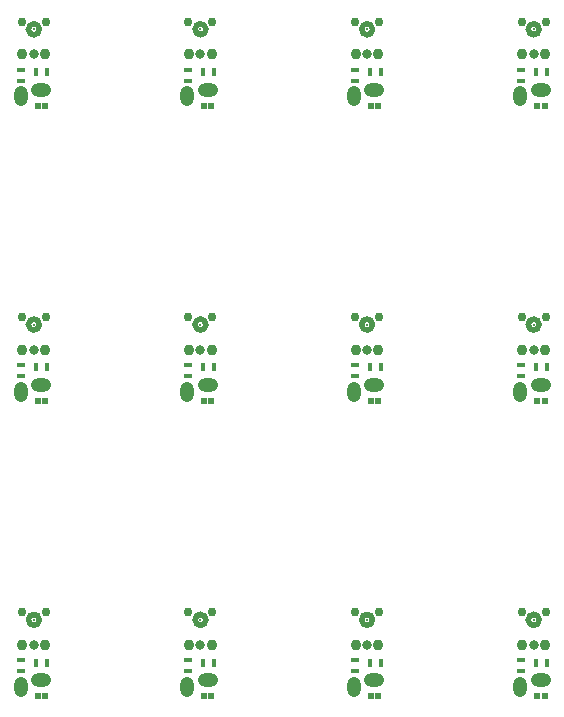
<source format=gbr>
%TF.GenerationSoftware,Altium Limited,Altium Designer,22.0.2 (36)*%
G04 Layer_Color=8388736*
%FSLAX26Y26*%
%MOIN*%
%TF.SameCoordinates,7C2B3453-B62B-4687-BB94-77A5B7653B1A*%
%TF.FilePolarity,Negative*%
%TF.FileFunction,Soldermask,Top*%
%TF.Part,CustomerPanel*%
G01*
G75*
%TA.AperFunction,SMDPad,CuDef*%
%ADD12R,0.026575X0.017716*%
%ADD13R,0.017716X0.026575*%
%TA.AperFunction,WasherPad*%
%ADD23C,0.011937*%
%TA.AperFunction,Conductor*%
%ADD26C,0.020402*%
%TA.AperFunction,SMDPad,CuDef*%
%ADD27R,0.019842X0.023779*%
%ADD28C,0.030047*%
%ADD29C,0.015874*%
%ADD30C,0.036346*%
%ADD31C,0.032016*%
%ADD32O,0.067055X0.047370*%
%ADD33O,0.047370X0.067055*%
D12*
X-880630Y-1024429D02*
D03*
Y-988012D02*
D03*
X-325315Y-1024429D02*
D03*
Y-988012D02*
D03*
X230000Y-1024429D02*
D03*
Y-988012D02*
D03*
X785315Y-1024429D02*
D03*
Y-988012D02*
D03*
X-880630Y-40177D02*
D03*
Y-3760D02*
D03*
X-325315Y-40177D02*
D03*
Y-3760D02*
D03*
X230000Y-40177D02*
D03*
Y-3760D02*
D03*
X785315Y-40177D02*
D03*
Y-3760D02*
D03*
X-880630Y944075D02*
D03*
Y980492D02*
D03*
X-325315Y944075D02*
D03*
Y980492D02*
D03*
X230000Y944075D02*
D03*
Y980492D02*
D03*
X785315Y944075D02*
D03*
Y980492D02*
D03*
D13*
X-794016Y-996378D02*
D03*
X-830433D02*
D03*
X-238701D02*
D03*
X-275118D02*
D03*
X316614D02*
D03*
X280197D02*
D03*
X871929D02*
D03*
X835512D02*
D03*
X-794016Y-12126D02*
D03*
X-830433D02*
D03*
X-238701D02*
D03*
X-275118D02*
D03*
X316614D02*
D03*
X280197D02*
D03*
X871929D02*
D03*
X835512D02*
D03*
X-794016Y972126D02*
D03*
X-830433D02*
D03*
X-238701D02*
D03*
X-275118D02*
D03*
X316614D02*
D03*
X280197D02*
D03*
X871929D02*
D03*
X835512D02*
D03*
D23*
X-839291Y-853661D02*
D03*
X-283976D02*
D03*
X271339D02*
D03*
X826654D02*
D03*
X-839291Y130591D02*
D03*
X-283976D02*
D03*
X271339D02*
D03*
X826654D02*
D03*
X-839291Y1114843D02*
D03*
X-283976D02*
D03*
X271339D02*
D03*
X826654D02*
D03*
D26*
X-820925Y-853583D02*
G03*
X-820925Y-853583I-18209J0D01*
G01*
X-265610D02*
G03*
X-265610Y-853583I-18209J0D01*
G01*
X289705D02*
G03*
X289705Y-853583I-18209J0D01*
G01*
X845020D02*
G03*
X845020Y-853583I-18209J0D01*
G01*
X-820925Y130669D02*
G03*
X-820925Y130669I-18209J0D01*
G01*
X-265610D02*
G03*
X-265610Y130669I-18209J0D01*
G01*
X289705D02*
G03*
X289705Y130669I-18209J0D01*
G01*
X845020D02*
G03*
X845020Y130669I-18209J0D01*
G01*
X-820925Y1114921D02*
G03*
X-820925Y1114921I-18209J0D01*
G01*
X-265610D02*
G03*
X-265610Y1114921I-18209J0D01*
G01*
X289705D02*
G03*
X289705Y1114921I-18209J0D01*
G01*
X845020D02*
G03*
X845020Y1114921I-18209J0D01*
G01*
D27*
X-826496Y-1108583D02*
D03*
X-802874D02*
D03*
X-271181D02*
D03*
X-247559D02*
D03*
X284134D02*
D03*
X307756D02*
D03*
X839449D02*
D03*
X863071D02*
D03*
X-826496Y-124331D02*
D03*
X-802874D02*
D03*
X-271181D02*
D03*
X-247559D02*
D03*
X284134D02*
D03*
X307756D02*
D03*
X839449D02*
D03*
X863071D02*
D03*
X-826496Y859921D02*
D03*
X-802874D02*
D03*
X-271181D02*
D03*
X-247559D02*
D03*
X284134D02*
D03*
X307756D02*
D03*
X839449D02*
D03*
X863071D02*
D03*
D28*
X-879094Y-828779D02*
D03*
X-799173D02*
D03*
X-323779D02*
D03*
X-243858D02*
D03*
X231536D02*
D03*
X311457D02*
D03*
X786851D02*
D03*
X866772D02*
D03*
X-879094Y155472D02*
D03*
X-799173D02*
D03*
X-323779D02*
D03*
X-243858D02*
D03*
X231536D02*
D03*
X311457D02*
D03*
X786851D02*
D03*
X866772D02*
D03*
X-879094Y1139725D02*
D03*
X-799173D02*
D03*
X-323779D02*
D03*
X-243858D02*
D03*
X231536D02*
D03*
X311457D02*
D03*
X786851D02*
D03*
X866772D02*
D03*
D29*
X-839134Y-833583D02*
D03*
X-283819D02*
D03*
X271496D02*
D03*
X826811D02*
D03*
X-839134Y150669D02*
D03*
X-283819D02*
D03*
X271496D02*
D03*
X826811D02*
D03*
X-839134Y1134921D02*
D03*
X-283819D02*
D03*
X271496D02*
D03*
X826811D02*
D03*
D30*
X-877323Y-936654D02*
D03*
X-801338D02*
D03*
X-322008D02*
D03*
X-246024D02*
D03*
X233307D02*
D03*
X309291D02*
D03*
X788622D02*
D03*
X864606D02*
D03*
X-877323Y47599D02*
D03*
X-801338D02*
D03*
X-322008D02*
D03*
X-246024D02*
D03*
X233307D02*
D03*
X309291D02*
D03*
X788622D02*
D03*
X864606D02*
D03*
X-877323Y1031851D02*
D03*
X-801338D02*
D03*
X-322008D02*
D03*
X-246024D02*
D03*
X233307D02*
D03*
X309291D02*
D03*
X788622D02*
D03*
X864606D02*
D03*
D31*
X-839134Y-936654D02*
D03*
X-283819D02*
D03*
X271496D02*
D03*
X826811D02*
D03*
X-839134Y47599D02*
D03*
X-283819D02*
D03*
X271496D02*
D03*
X826811D02*
D03*
X-839134Y1031851D02*
D03*
X-283819D02*
D03*
X271496D02*
D03*
X826811D02*
D03*
D32*
X-814685Y-1054449D02*
D03*
X-259370D02*
D03*
X295945D02*
D03*
X851260D02*
D03*
X-814685Y-70197D02*
D03*
X-259370D02*
D03*
X295945D02*
D03*
X851260D02*
D03*
X-814685Y914055D02*
D03*
X-259370D02*
D03*
X295945D02*
D03*
X851260D02*
D03*
D33*
X-883583Y-1077086D02*
D03*
X-328268D02*
D03*
X227047D02*
D03*
X782362D02*
D03*
X-883583Y-92835D02*
D03*
X-328268D02*
D03*
X227047D02*
D03*
X782362D02*
D03*
X-883583Y891418D02*
D03*
X-328268D02*
D03*
X227047D02*
D03*
X782362D02*
D03*
%TF.MD5,41ee3f968cac7aaa591ad0d670360c1d*%
M02*

</source>
